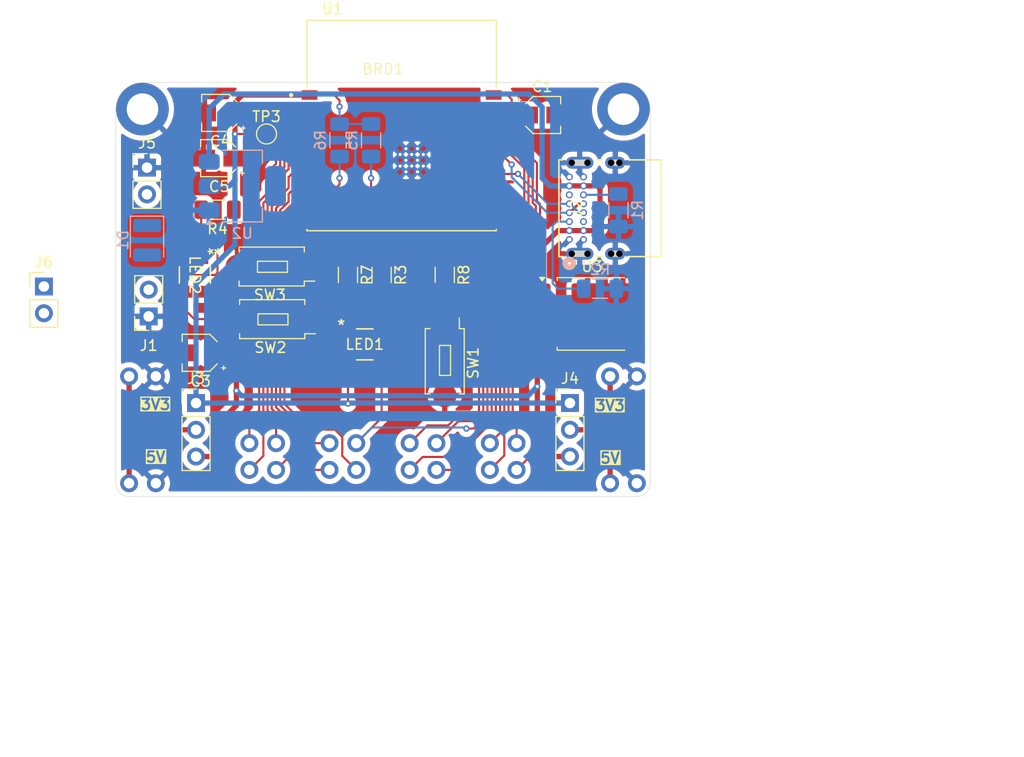
<source format=kicad_pcb>
(kicad_pcb (version 20240108) (generator "pcbnew") (generator_version "8.0")
  (layers (0 "F.Cu" signal) (31 "B.Cu" signal) (34 "B.Paste" user) (35 "F.Paste" user) (36 "B.SilkS" user "B.Silkscreen") (37 "F.SilkS" user "F.Silkscreen") (38 "B.Mask" user) (39 "F.Mask" user) (44 "Edge.Cuts" user))
  (net 0 "")
  (net 1 "/VCC1")
  (net 2 "GND")
  (net 3 "+5V")
  (net 4 "/VDC")
  (net 5 "Net-(J2-CC2)")
  (net 6 "EN")
  (net 7 "/IO8")
  (net 8 "/IO9")
  (net 9 "/IO6")
  (net 10 "/RXD")
  (net 11 "/IO7")
  (net 12 "/IO4")
  (net 13 "/IO3")
  (net 14 "3V3")
  (net 15 "/IO2")
  (net 16 "/IO0")
  (net 17 "/IO10")
  (net 18 "/IO1")
  (net 19 "/IO5")
  (net 20 "/TXD")
  (net 21 "Net-(J2-CC1)")
  (net 22 "USB_D-")
  (net 23 "VBUS")
  (net 25 "USB_D+")
  (net 27 "/VCC2")
  (net 28 "Net-(LED1-GND-Pad1)")
  (net 29 "Net-(LED2-GRN)")
  (net 32 "Net-(LED1-GND-Pad4)")
  (net 33 "Net-(R8-Pad2)")
  (footprint "Alexander Footprint Library:SW_PUSH_6x3.5mm" (layer "F.Cu") (at 143.74 80.15 -90)
    (property "Reference" "SW1")
    (property "Value" "SW_Push_SMD_6x3.5")
  )
  (footprint "Resistor_SMD:R_1206_3216Metric_Pad1.30x1.75mm_HandSolder" (layer "F.Cu") (at 137.74 75.2 -90)
    (property "Reference" "R3")
    (property "Value" "5k1")
  )
  (footprint "Connector_PinHeader_2.54mm:PinHeader_1x02_P2.54mm_Vertical" (layer "F.Cu") (at 115.44 65)
    (property "Reference" "J5")
    (property "Value" "Debug_GND")
  )
  (footprint "Connector_PinHeader_2.54mm:PinHeader_1x02_P2.54mm_Vertical" (layer "F.Cu") (at 105.64 76.3)
    (property "Reference" "J6")
    (property "Value" "Debug_3V3")
  )
  (footprint "Alexander Footprint Library:USB-C_GCT CONN16_USB4085-GF-A" (layer "F.Cu") (at 155.582435 71.835557 90)
    (property "Reference" "J2")
    (property "Value" "USB-C_Receptacle_Data_16P_GCT-USB4085")
    (fp_line (start 7.299985 1.7293) (end 7.299985 0.2307) (stroke (width 0.6096)) (layer "Edge.Cuts"))
    (fp_line (start -1.35 1.729301) (end -1.35 0.230701) (stroke (width 0.6096)) (layer "Edge.Cuts"))
    (fp_line (start 7.299985 4.7587) (end 7.299985 3.9713) (stroke (width 0.6096)) (layer "Edge.Cuts"))
    (fp_line (start -1.349985 4.7587) (end -1.349985 3.9713) (stroke (width 0.6096)) (layer "Edge.Cuts"))
  )
  (footprint "Alexander Footprint Library:LED_B1552_HVK-M" (layer "F.Cu") (at 136.14 81.8)
    (property "Reference" "LED1")
    (property "Value" "LED-RED-GREEN-B1552USUG20D")
  )
  (footprint "Capacitor_SMD:CP_Elec_3x5.3" (layer "F.Cu") (at 153 60)
    (property "Reference" "C1")
    (property "Value" "1uF")
  )
  (footprint "Resistor_SMD:R_1206_3216Metric_Pad1.30x1.75mm_HandSolder" (layer "F.Cu") (at 122.14 69 180)
    (property "Reference" "R4")
    (property "Value" "10k")
  )
  (footprint "Resistor_SMD:R_1206_3216Metric_Pad1.30x1.75mm_HandSolder" (layer "F.Cu") (at 143.74 75.2 -90)
    (property "Reference" "R8")
    (property "Value" "2K2")
  )
  (footprint "Connector_PinHeader_2.54mm:PinHeader_1x03_P2.54mm_Vertical" (layer "F.Cu") (at 155.64 87.375)
    (property "Reference" "J4")
    (property "Value" "PWR_JMP")
  )
  (footprint "TestPoint:TestPoint_Pad_D1.5mm" (layer "F.Cu") (at 126.8 61.8)
    (property "Reference" "TP3")
    (property "Value" "3V3")
  )
  (footprint "Resistor_SMD:R_1206_3216Metric_Pad1.30x1.75mm_HandSolder" (layer "F.Cu") (at 134.54 75.2 -90)
    (property "Reference" "R7")
    (property "Value" "5k1")
  )
  (footprint "Package_TO_SOT_SMD:TO-252-2" (layer "F.Cu") (at 157.74 78.9025)
    (property "Reference" "U3")
    (property "Value" "L7805")
  )
  (footprint "Alexander Footprint Library:LED_B1552_HVK-M" (layer "F.Cu") (at 119.989999 75.2 -90)
    (property "Reference" "LED2")
    (property "Value" "LED-RED-GREEN-B1552USUG20D")
  )
  (footprint "Alexander Footprint Library:SW_PUSH_6x3.5mm" (layer "F.Cu") (at 130.59 79.4 180)
    (property "Reference" "SW2")
    (property "Value" "SW_Push_SMD_6x3.5")
  )
  (footprint "Alexander Footprint Library:SW_PUSH_6x3.5mm" (layer "F.Cu") (at 130.54 74.4 180)
    (property "Reference" "SW3")
    (property "Value" "SW_Push_SMD_6x3.5")
  )
  (footprint "Connector_PinSocket_2.54mm:PinSocket_1x02_P2.54mm_Vertical" (layer "F.Cu") (at 115.6 79.14 180)
    (property "Reference" "J1")
    (property "Value" "PWR")
  )
  (footprint "Capacitor_SMD:CP_Elec_3x5.3" (layer "F.Cu") (at 122.3 64.1 180)
    (property "Reference" "C5")
    (property "Value" "0.1uF")
  )
  (footprint "Capacitor_SMD:CP_Elec_3x5.3" (layer "F.Cu") (at 120.54 82.6 180)
    (property "Reference" "C3")
    (property "Value" "1uF")
  )
  (footprint "Alexander Footprint Library:BreadBoard-PowerAdapter-ESP32C3" (layer "F.Cu") (at 137.87 82.3)
    (property "Reference" "BRD1")
    (property "Value" "16pins")
    (fp_line (start -25.4 12.7) (end -25.4 -22.86) (stroke (width 0.05)) (layer "Edge.Cuts"))
    (fp_line (start -24.13 13.97) (end 24.13 13.97) (stroke (width 0.05)) (layer "Edge.Cuts"))
    (fp_line (start -22.86 -25.4) (end 22.86 -25.4) (stroke (width 0.05)) (layer "Edge.Cuts"))
    (fp_line (start 25.4 -22.86) (end 25.4 12.7) (stroke (width 0.05)) (layer "Edge.Cuts"))
    (fp_arc (start -25.4 -22.86) (mid -24.656051 -24.656051) (end -22.86 -25.4) (stroke (width 0.05)) (layer "Edge.Cuts"))
    (fp_arc (start -24.13 13.97) (mid -25.028026 13.598026) (end -25.4 12.7) (stroke (width 0.05)) (layer "Edge.Cuts"))
    (fp_arc (start 22.86 -25.4) (mid 24.656051 -24.656051) (end 25.4 -22.86) (stroke (width 0.05)) (layer "Edge.Cuts"))
    (fp_arc (start 25.4 12.7) (mid 25.028026 13.598026) (end 24.13 13.97) (stroke (width 0.05)) (layer "Edge.Cuts"))
  )
  (footprint "Alexander Footprint Library:ESP32-C3-WROOM-02-H4" (layer "F.Cu") (at 139.64 61)
    (property "Reference" "U1")
    (property "Value" "ESP32-C3-WROOM-02-N4")
  )
  (footprint "Connector_PinHeader_2.54mm:PinHeader_1x03_P2.54mm_Vertical" (layer "F.Cu") (at 120.1 87.38)
    (property "Reference" "J3")
    (property "Value" "PWR_JMP")
  )
  (footprint "Capacitor_SMD:CP_Elec_3x5.3" (layer "F.Cu") (at 122.4 59.8 180)
    (property "Reference" "C4")
    (property "Value" "10uF")
  )
  (footprint "Resistor_SMD:R_1206_3216Metric_Pad1.30x1.75mm_HandSolder" (layer "B.Cu") (at 136.74 62.4 -90)
    (property "Reference" "R5")
    (property "Value" "2K2")
  )
  (footprint "Resistor_SMD:R_1206_3216Metric_Pad1.30x1.75mm_HandSolder" (layer "B.Cu") (at 160.25 69.05 90)
    (property "Reference" "R1")
    (property "Value" "5k1")
  )
  (footprint "Resistor_SMD:R_1206_3216Metric_Pad1.30x1.75mm_HandSolder" (layer "B.Cu") (at 158.5 76.5 180)
    (property "Reference" "R2")
    (property "Value" "5k1")
  )
  (footprint "Alexander Footprint Library:AMS1117 SOT-223" (layer "B.Cu") (at 124.5 66.75)
    (property "Reference" "U2")
    (property "Value" "AMS1117-3V3")
  )
  (footprint "Resistor_SMD:R_1206_3216Metric_Pad1.30x1.75mm_HandSolder" (layer "B.Cu") (at 133.74 62.4 -90)
    (property "Reference" "R6")
    (property "Value" "2K2")
  )
  (footprint "Diode_SMD:D_1210_3225Metric" (layer "B.Cu") (at 115.44 71.9 -90)
    (property "Reference" "D1")
    (property "Value" "D")
  )
  (gr_text "3V3" (at 157.94 88.2 0) (layer "F.SilkS" knockout) (effects (font (size 1 1) (thickness 0.2) (bold yes)) (justify left bottom)))
  (gr_text "3V3" (at 114.74 88.1 0) (layer "F.SilkS" knockout) (effects (font (size 1 1) (thickness 0.2) (bold yes)) (justify left bottom)))
  (gr_text "5V" (at 158.41619 93.2 0) (layer "F.SilkS" knockout) (effects (font (size 1 1) (thickness 0.2) (bold yes)) (justify left bottom)))
  (gr_text "5V" (at 115.21619 93.1 0) (layer "F.SilkS" knockout) (effects (font (size 1 1) (thickness 0.2) (bold yes)) (justify left bottom)))
  (segment (start 113.74 95) (end 113.74 89.92) (width 0.5) (layer "F.Cu") (net 1))
  (segment (start 113.74 89.92) (end 113.74 84.84) (width 0.5) (layer "F.Cu") (net 1))
  (segment (start 113.74 89.92) (end 120.1 89.92) (width 0.5) (layer "F.Cu") (net 1))
  (segment (start 153.44 90.1) (end 153.44 91.8) (width 0.5) (layer "F.Cu") (net 3))
  (segment (start 152.54 89.2) (end 153.44 90.1) (width 0.5) (layer "F.Cu") (net 3))
  (segment (start 154.095 92.455) (end 155.64 92.455) (width 0.5) (layer "F.Cu") (net 3))
  (segment (start 153.44 91.8) (end 154.095 92.455) (width 0.5) (layer "F.Cu") (net 3))
  (segment (start 152.54 81.3425) (end 152.54 85.8) (width 0.5) (layer "F.Cu") (net 3))
  (segment (start 123.94 86.2) (end 123.94 87.6) (width 0.5) (layer "F.Cu") (net 3))
  (segment (start 122.34 92) (end 121.88 92.46) (width 0.5) (layer "F.Cu") (net 3))
  (segment (start 121.88 92.46) (end 120.1 92.46) (width 0.5) (layer "F.Cu") (net 3))
  (segment (start 122.34 89.2) (end 122.34 92) (width 0.5) (layer "F.Cu") (net 3))
  (segment (start 123.94 85.3) (end 122.04 83.4) (width 0.5) (layer "F.Cu") (net 3))
  (segment (start 152.54 85.8) (end 152.54 89.2) (width 0.5) (layer "F.Cu") (net 3))
  (segment (start 122.04 83.4) (end 122.04 82.6) (width 0.5) (layer "F.Cu") (net 3))
  (segment (start 152.7 81.1825) (end 152.54 81.3425) (width 0.5) (layer "F.Cu") (net 3))
  (segment (start 123.94 86.2) (end 123.94 85.3) (width 0.5) (layer "F.Cu") (net 3))
  (segment (start 123.94 87.6) (end 122.34 89.2) (width 0.5) (layer "F.Cu") (net 3))
  (via (at 123.94 86.2) (size 0.6) (drill 0.3) (layers "F.Cu" "B.Cu") (net 3))
  (via (at 152.54 85.8) (size 0.6) (drill 0.3) (layers "F.Cu" "B.Cu") (net 3))
  (segment (start 123.94 86.2) (end 124.42 86.68) (width 0.5) (layer "B.Cu") (net 3))
  (segment (start 151.66 86.68) (end 152.54 85.8) (width 0.5) (layer "B.Cu") (net 3))
  (segment (start 124.42 86.68) (end 151.66 86.68) (width 0.5) (layer "B.Cu") (net 3))
  (segment (start 160.164445 67.585555) (end 160.25 67.5) (width 0.2) (layer "B.Cu") (net 5))
  (segment (start 156.932435 67.585555) (end 160.164445 67.585555) (width 0.2) (layer "B.Cu") (net 5))
  (segment (start 126.1 77.4) (end 126.1 83.4) (width 0.2) (layer "F.Cu") (net 6))
  (segment (start 126.1 88.1) (end 125.17 89.03) (width 0.2) (layer "F.Cu") (net 6))
  (segment (start 128.9 59.9) (end 128.9 60.834314) (width 0.2) (layer "F.Cu") (net 6))
  (segment (start 125.17 89.03) (end 125.17 91.19) (width 0.2) (layer "F.Cu") (net 6))
  (segment (start 127.7 64.637256) (end 127.3 65.037256) (width 0.2) (layer "F.Cu") (net 6))
  (segment (start 130.89 59.6) (end 129.2 59.6) (width 0.2) (layer "F.Cu") (net 6))
  (segment (start 127.3 66.27157) (end 126.9 66.67157) (width 0.2) (layer "F.Cu") (net 6))
  (segment (start 128.234314 62.734314) (end 128.234314 63.368628) (width 0.2) (layer "F.Cu") (net 6))
  (segment (start 129.2 59.6) (end 128.9 59.9) (width 0.2) (layer "F.Cu") (net 6))
  (segment (start 126.1 68.205884) (end 126.1 77.4) (width 0.2) (layer "F.Cu") (net 6))
  (segment (start 120.74 76.8002) (end 125.5002 76.8002) (width 0.2) (layer "F.Cu") (net 6))
  (segment (start 127.3 65.037256) (end 127.3 66.27157) (width 0.2) (layer "F.Cu") (net 6))
  (segment (start 128.234314 63.368628) (end 127.7 63.902942) (width 0.2) (layer "F.Cu") (net 6))
  (segment (start 128.9 60.834314) (end 128.5 61.234314) (width 0.2) (layer "F.Cu") (net 6))
  (segment (start 127.7 63.902942) (end 127.7 64.637256) (width 0.2) (layer "F.Cu") (net 6))
  (segment (start 128.5 62.468628) (end 128.234314 62.734314) (width 0.2) (layer "F.Cu") (net 6))
  (segment (start 126.9 66.67157) (end 126.9 67.405884) (width 0.2) (layer "F.Cu") (net 6))
  (segment (start 125.5002 76.8002) (end 126.1 77.4) (width 0.2) (layer "F.Cu") (net 6))
  (segment (start 126.422942 67.882942) (end 126.1 68.205884) (width 0.2) (layer "F.Cu") (net 6))
  (segment (start 126.9 67.405884) (end 126.422942 67.882942) (width 0.2) (layer "F.Cu") (net 6))
  (segment (start 126.1 83.4) (end 126.1 88.1) (width 0.2) (layer "F.Cu") (net 6))
  (segment (start 128.5 61.234314) (end 128.5 62.468628) (width 0.2) (layer "F.Cu") (net 6))
  (segment (start 133.24 67.1) (end 130.89 67.1) (width 0.2) (layer "F.Cu") (net 7))
  (segment (start 128.1 69.034314) (end 128.1 87.602942) (width 0.2) (layer "F.Cu") (net 7))
  (segment (start 130.1 89.602942) (end 130.1 90.4) (width 0.2) (layer "F.Cu") (net 7))
  (segment (start 130.89 91.19) (end 132.79 91.19) (width 0.2) (layer "F.Cu") (net 7))
  (segment (start 133.74 66) (end 133.74 66.6) (width 0.2) (layer "F.Cu") (net 7))
  (segment (start 130.1 90.4) (end 130.89 91.19) (width 0.2) (layer "F.Cu") (net 7))
  (segment (start 128.1 87.602942) (end 130.1 89.602942) (width 0.2) (layer "F.Cu") (net 7))
  (segment (start 128.9 68.234314) (end 128.1 69.034314) (width 0.2) (layer "F.Cu") (net 7))
  (segment (start 133.74 66.6) (end 133.24 67.1) (width 0.2) (layer "F.Cu") (net 7))
  (segment (start 129.3 67.1) (end 128.9 67.5) (width 0.2) (layer "F.Cu") (net 7))
  (segment (start 130.89 67.1) (end 129.3 67.1) (width 0.2) (layer "F.Cu") (net 7))
  (segment (start 128.9 67.5) (end 128.9 68.234314) (width 0.2) (layer "F.Cu") (net 7))
  (via (at 133.74 66) (size 0.6) (drill 0.3) (layers "F.Cu" "B.Cu") (net 7))
  (segment (start 133.74 66) (end 133.74 63.95) (width 0.2) (layer "B.Cu") (net 7))
  (segment (start 136.14 68.6) (end 136.74 68) (width 0.2) (layer "F.Cu") (net 8))
  (segment (start 136.74 68) (end 136.74 66) (width 0.2) (layer "F.Cu") (net 8))
  (segment (start 128.9 74.4) (end 128.5 74.8) (width 0.2) (layer "F.Cu") (net 8))
  (segment (start 128.5 69.2) (end 128.5 74.8) (width 0.2) (layer "F.Cu") (net 8))
  (segment (start 128.5 87.437256) (end 130.962744 89.9) (width 0.2) (layer "F.Cu") (net 8))
  (segment (start 130.962744 89.9) (end 133.3 89.9) (width 0.2) (layer "F.Cu") (net 8))
  (segment (start 128.5 74.8) (end 128.5 87.437256) (width 0.2) (layer "F.Cu") (net 8))
  (segment (start 133.3 89.9) (end 134 90.6) (width 0.2) (layer "F.Cu") (net 8))
  (segment (start 130.89 68.6) (end 136.14 68.6) (width 0.2) (layer "F.Cu") (net 8))
  (segment (start 134 92.4) (end 135.33 93.73) (width 0.2) (layer "F.Cu") (net 8))
  (segment (start 130.54 74.4) (end 128.9 74.4) (width 0.2) (layer "F.Cu") (net 8))
  (segment (start 134 90.6) (end 134 92.4) (width 0.2) (layer "F.Cu") (net 8))
  (segment (start 129.1 68.6) (end 128.5 69.2) (width 0.2) (layer "F.Cu") (net 8))
  (segment (start 130.89 68.6) (end 129.1 68.6) (width 0.2) (layer "F.Cu") (net 8))
  (via (at 136.74 66) (size 0.6) (drill 0.3) (layers "F.Cu" "B.Cu") (net 8))
  (segment (start 136.74 66) (end 136.74 63.95) (width 0.2) (layer "B.Cu") (net 8))
  (segment (start 128.9 64.4) (end 128.9 65.134314) (width 0.2) (layer "F.Cu") (net 9))
  (segment (start 127.3 87.934314) (end 129.3 89.934314) (width 0.2) (layer "F.Cu") (net 9))
  (segment (start 128.1 67.902942) (end 127.3 68.702942) (width 0.2) (layer "F.Cu") (net 9))
  (segment (start 129.3 92.14) (end 127.71 93.73) (width 0.2) (layer "F.Cu") (net 9))
  (segment (start 127.3 68.702942) (end 127.3 87.934314) (width 0.2) (layer "F.Cu") (net 9))
  (segment (start 129.3 89.934314) (end 129.3 92.14) (width 0.2) (layer "F.Cu") (net 9))
  (segment (start 128.9 65.134314) (end 128.5 65.534314) (width 0.2) (layer "F.Cu") (net 9))
  (segment (start 128.5 65.534314) (end 128.5 66.768628) (width 0.2) (layer "F.Cu") (net 9))
  (segment (start 128.5 66.768628) (end 128.1 67.168628) (width 0.2) (layer "F.Cu") (net 9))
  (segment (start 129.2 64.1) (end 128.9 64.4) (width 0.2) (layer "F.Cu") (net 9))
  (segment (start 130.89 64.1) (end 129.2 64.1) (width 0.2) (layer "F.Cu") (net 9))
  (segment (start 128.1 67.168628) (end 128.1 67.902942) (width 0.2) (layer "F.Cu") (net 9))
  (segment (start 150.8 69.3) (end 150.8 70.8) (width 0.2) (layer "F.Cu") (net 10))
  (segment (start 148.39 68.6) (end 150.1 68.6) (width 0.2) (layer "F.Cu") (net 10))
  (segment (start 150.1 68.6) (end 150.8 69.3) (width 0.2) (layer "F.Cu") (net 10))
  (segment (start 150.8 70.8) (end 148.2 73.4) (width 0.2) (layer "F.Cu") (net 10))
  (segment (start 141.64 92.5) (end 140.41 93.73) (width 0.2) (layer "F.Cu") (net 10))
  (segment (start 148.2 73.4) (end 148.2 88.634314) (width 0.2) (layer "F.Cu") (net 10))
  (segment (start 144.334314 92.5) (end 141.64 92.5) (width 0.2) (layer "F.Cu") (net 10))
  (segment (start 148.2 88.634314) (end 144.334314 92.5) (width 0.2) (layer "F.Cu") (net 10))
  (segment (start 127.7 87.768628) (end 129.7 89.768628) (width 0.2) (layer "F.Cu") (net 11))
  (segment (start 127.7 68.868628) (end 127.7 87.768628) (width 0.2) (layer "F.Cu") (net 11))
  (segment (start 129.7 89.768628) (end 129.7 92.2) (width 0.2) (layer "F.Cu") (net 11))
  (segment (start 128.5 67.334314) (end 128.5 68.068628) (width 0.2) (layer "F.Cu") (net 11))
  (segment (start 129.7 92.2) (end 131.23 93.73) (width 0.2) (layer "F.Cu") (net 11))
  (segment (start 128.9 65.9) (end 128.9 66.934314) (width 0.2) (layer "F.Cu") (net 11))
  (segment (start 128.9 66.934314) (end 128.5 67.334314) (width 0.2) (layer "F.Cu") (net 11))
  (segment (start 128.5 68.068628) (end 127.7 68.868628) (width 0.2) (layer "F.Cu") (net 11))
  (segment (start 129.2 65.6) (end 128.9 65.9) (width 0.2) (layer "F.Cu") (net 11))
  (segment (start 130.89 65.6) (end 129.2 65.6) (width 0.2) (layer "F.Cu") (net 11))
  (segment (start 131.23 93.73) (end 132.79 93.73) (width 0.2) (layer "F.Cu") (net 11))
  (segment (start 126.5 92.4) (end 125.17 93.73) (width 0.2) (layer "F.Cu") (net 12))
  (segment (start 128.634314 63.534314) (end 128.1 64.068628) (width 0.2) (layer "F.Cu") (net 12))
  (segment (start 128.634314 62.9) (end 128.634314 63.534314) (width 0.2) (layer "F.Cu") (net 12))
  (segment (start 127.7 66.437256) (end 127.3 66.837256) (width 0.2) (layer "F.Cu") (net 12))
  (segment (start 127.7 65.202942) (end 127.7 66.437256) (width 0.2) (layer "F.Cu") (net 12))
  (segment (start 128.1 64.802942) (end 127.7 65.202942) (width 0.2) (layer "F.Cu") (net 12))
  (segment (start 130.89 61.1) (end 129.2 61.1) (width 0.2) (layer "F.Cu") (net 12))
  (segment (start 126.5 68.37157) (end 126.5 92.4) (width 0.2) (layer "F.Cu") (net 12))
  (segment (start 128.9 61.4) (end 128.9 62.634314) (width 0.2) (layer "F.Cu") (net 12))
  (segment (start 129.2 61.1) (end 128.9 61.4) (width 0.2) (layer "F.Cu") (net 12))
  (segment (start 128.1 64.068628) (end 128.1 64.802942) (width 0.2) (layer "F.Cu") (net 12))
  (segment (start 127.3 67.57157) (end 126.5 68.37157) (width 0.2) (layer "F.Cu") (net 12))
  (segment (start 127.3 66.837256) (end 127.3 67.57157) (width 0.2) (layer "F.Cu") (net 12))
  (segment (start 128.9 62.634314) (end 128.634314 62.9) (width 0.2) (layer "F.Cu") (net 12))
  (segment (start 151.6 71.165686) (end 149 73.765686) (width 0.2) (layer "F.Cu") (net 13))
  (segment (start 151.3 65.051471) (end 151.3 68.668628) (width 0.2) (layer "F.Cu") (net 13))
  (segment (start 150.1 63.1) (end 150.1 63.851471) (width 0.2) (layer "F.Cu") (net 13))
  (segment (start 149 73.765686) (end 149 90.22) (width 0.2) (layer "F.Cu") (net 13))
  (segment (start 148.39 62.6) (end 149.6 62.6) (width 0.2) (layer "F.Cu") (net 13))
  (segment (start 147.14 62.6) (end 148.39 62.6) (width 0.2) (layer "F.Cu") (net 13))
  (segment (start 146.4 64.434314) (end 146.74 64.094314) (width 0.2) (layer "F.Cu") (net 13))
  (segment (start 151.3 68.668628) (end 151.6 68.968628) (width 0.2) (layer "F.Cu") (net 13))
  (segment (start 149.6 62.6) (end 150.1 63.1) (width 0.2) (layer "F.Cu") (net 13))
  (segment (start 150.1 63.851471) (end 151.3 65.051471) (width 0.2) (layer "F.Cu") (net 13))
  (segment (start 146.74 63) (end 147.14 62.6) (width 0.2) (layer "F.Cu") (net 13))
  (segment (start 151.6 68.968628) (end 151.6 71.165686) (width 0.2) (layer "F.Cu") (net 13))
  (segment (start 146.1 69.44) (end 146.1 65.668628) (width 0.2) (layer "F.Cu") (net 13))
  (segment (start 146.4 65.368628) (end 146.4 64.434314) (width 0.2) (layer "F.Cu") (net 13))
  (segment (start 146.1 65.668628) (end 146.4 65.368628) (width 0.2) (layer "F.Cu") (net 13))
  (segment (start 146.74 64.094314) (end 146.74 63) (width 0.2) (layer "F.Cu") (net 13))
  (segment (start 143.74 73.65) (end 143.74 71.8) (width 0.2) (layer "F.Cu") (net 13))
  (segment (start 143.74 71.8) (end 146.1 69.44) (width 0.2) (layer "F.Cu") (net 13))
  (segment (start 149 90.22) (end 148.03 91.19) (width 0.2) (layer "F.Cu") (net 13))
  (segment (start 133.24 58.1) (end 130.89 58.1) (width 0.2) (layer "F.Cu") (net 14))
  (segment (start 123.9 59.8) (end 123.9 58.7) (width 0.5) (layer "F.Cu") (net 14))
  (segment (start 133.74 58.6) (end 133.24 58.1) (width 0.2) (layer "F.Cu") (net 14))
  (segment (start 134.5398 82.550001) (end 134.5398 87.4298) (width 0.2) (layer "F.Cu") (net 14))
  (segment (start 123.8 64.1) (end 123.8 61.8) (width 0.5) (layer "F.Cu") (net 14))
  (segment (start 123.69 64.21) (end 123.8 64.1) (width 0.2) (layer "F.Cu") (net 14))
  (segment (start 123.69 69) (end 123.69 64.21) (width 0.2) (layer "F.Cu") (net 14))
  (segment (start 126.8 61.8) (end 123.8 61.8) (width 0.2) (layer "F.Cu") (net 14))
  (segment (start 123.8 59.9) (end 123.9 59.8) (width 0.5) (layer "F.Cu") (net 14))
  (segment (start 133.74 59.2) (end 133.74 58.6) (width 0.2) (layer "F.Cu") (net 14))
  (segment (start 124.5 58.1) (end 130.89 58.1) (width 0.5) (layer "F.Cu") (net 14))
  (segment (start 123.9 58.7) (end 124.5 58.1) (width 0.5) (layer "F.Cu") (net 14))
  (segment (start 134.5398 87.4298) (end 134.54 87.43) (width 0.2) (layer "F.Cu") (net 14))
  (segment (start 123.8 61.8) (end 123.8 59.9) (width 0.5) (layer "F.Cu") (net 14))
  (via (at 123.8 61.8) (size 0.6) (drill 0.3) (layers "F.Cu" "B.Cu") (net 14))
  (via (at 133.74 59.2) (size 0.6) (drill 0.3) (layers "F.Cu" "B.Cu") (net 14))
  (via (at 134.54 87.43) (size 0.6) (drill 0.3) (layers "F.Cu" "B.Cu") (net 14))
  (segment (start 123.8 72.34) (end 123.8 66) (width 0.5) (layer "B.Cu") (net 14))
  (segment (start 120.1 87.38) (end 155.635 87.38) (width 0.5) (layer "B.Cu") (net 14))
  (segment (start 133.74 60.85) (end 133.74 59.2) (width 0.2) (layer "B.Cu") (net 14))
  (segment (start 155.635 87.38) (end 155.64 87.375) (width 0.5) (layer "B.Cu") (net 14))
  (segment (start 120.1 76.04) (end 123.8 72.34) (width 0.5) (layer "B.Cu") (net 14))
  (segment (start 121.35 66.75) (end 123.25 66.75) (width 0.5) (layer "B.Cu") (net 14))
  (segment (start 123.8 66) (end 123.8 61.8) (width 0.5) (layer "B.Cu") (net 14))
  (segment (start 120.1 87.38) (end 120.1 76.04) (width 0.5) (layer "B.Cu") (net 14))
  (segment (start 136.74 60.85) (end 133.74 60.85) (width 0.2) (layer "B.Cu") (net 14))
  (segment (start 123.25 66.75) (end 123.8 66.2) (width 0.5) (layer "B.Cu") (net 14))
  (segment (start 123.8 66.2) (end 123.8 66) (width 0.5) (layer "B.Cu") (net 14))
  (segment (start 152 68.802943) (end 151.7 68.502943) (width 0.2) (layer "F.Cu") (net 15))
  (segment (start 149.5 61.1) (end 148.39 61.1) (width 0.2) (layer "F.Cu") (net 15))
  (segment (start 149.4 92.36) (end 149.4 73.931372) (width 0.2) (layer "F.Cu") (net 15))
  (segment (start 150.5 63.685785) (end 150.5 62.934314) (width 0.2) (layer "F.Cu") (net 15))
  (segment (start 151.7 68.502943) (end 151.7 64.885785) (width 0.2) (layer "F.Cu") (net 15))
  (segment (start 150 62.434314) (end 150 61.6) (width 0.2) (layer "F.Cu") (net 15))
  (segment (start 150.5 62.934314) (end 150 62.434314) (width 0.2) (layer "F.Cu") (net 15))
  (segment (start 151.7 64.885785) (end 150.5 63.685785) (width 0.2) (layer "F.Cu") (net 15))
  (segment (start 150 61.6) (end 149.5 61.1) (width 0.2) (layer "F.Cu") (net 15))
  (segment (start 148.03 93.73) (end 149.4 92.36) (width 0.2) (layer "F.Cu") (net 15))
  (segment (start 149.4 73.931372) (end 152 71.331372) (width 0.2) (layer "F.Cu") (net 15))
  (segment (start 152 71.331372) (end 152 68.802943) (width 0.2) (layer "F.Cu") (net 15))
  (segment (start 148.39 58.1) (end 149.7 58.1) (width 0.2) (layer "F.Cu") (net 16))
  (segment (start 152.2 90.6) (end 152.2 92.1) (width 0.2) (layer "F.Cu") (net 16))
  (segment (start 150.5 59.834314) (end 150.5 60.968628) (width 0.2) (layer "F.Cu") (net 16))
  (segment (start 150.1 59.434314) (end 150.5 59.834314) (width 0.2) (layer "F.Cu") (net 16))
  (segment (start 152.8 71.7) (end 150.2 74.3) (width 0.2) (layer "F.Cu") (net 16))
  (segment (start 152.5 64.554413) (end 152.5 68.171571) (width 0.2) (layer "F.Cu") (net 16))
  (segment (start 150.8 61.268628) (end 150.8 62.102942) (width 0.2) (layer "F.Cu") (net 16))
  (segment (start 151.3 62.602942) (end 151.3 63.354413) (width 0.2) (layer "F.Cu") (net 16))
  (segment (start 150.8 62.102942) (end 151.3 62.602942) (width 0.2) (layer "F.Cu") (net 16))
  (segment (start 152.8 68.471571) (end 152.8 71.7) (width 0.2) (layer "F.Cu") (net 16))
  (segment (start 152.5 68.171571) (end 152.8 68.471571) (width 0.2) (layer "F.Cu") (net 16))
  (segment (start 151.3 63.354413) (end 152.5 64.554413) (width 0.2) (layer "F.Cu") (net 16))
  (segment (start 150.5 60.968628) (end 150.8 61.268628) (width 0.2) (layer "F.Cu") (net 16))
  (segment (start 150.1 58.5) (end 150.1 59.434314) (width 0.2) (layer "F.Cu") (net 16))
  (segment (start 150.2 74.3) (end 150.2 88.6) (width 0.2) (layer "F.Cu") (net 16))
  (segment (start 149.7 58.1) (end 150.1 58.5) (width 0.2) (layer "F.Cu") (net 16))
  (segment (start 150.2 88.6) (end 152.2 90.6) (width 0.2) (layer "F.Cu") (net 16))
  (segment (start 152.2 92.1) (end 150.57 93.73) (width 0.2) (layer "F.Cu") (net 16))
  (segment (start 147.8 88.468628) (end 147.8 73.234314) (width 0.2) (layer "F.Cu") (net 17))
  (segment (start 145.8 89.8) (end 146.468628 89.8) (width 0.2) (layer "F.Cu") (net 17))
  (segment (start 146.468628 89.8) (end 147.8 88.468628) (width 0.2) (layer "F.Cu") (net 17))
  (segment (start 148.4 72.634314) (end 148.4 70.11) (width 0.2) (layer "F.Cu") (net 17))
  (segment (start 137.74 82.550201) (end 137.74 88.78) (width 0.2) (layer "F.Cu") (net 17))
  (segment (start 137.7402 82.550001) (end 137.74 82.550201) (width 0.2) (layer "F.Cu") (net 17))
  (segment (start 148.4 70.11) (end 148.39 70.1) (width 0.2) (layer "F.Cu") (net 17))
  (segment (start 147.8 73.234314) (end 148.4 72.634314) (width 0.2) (layer "F.Cu") (net 17))
  (segment (start 137.74 88.78) (end 135.33 91.19) (width 0.2) (layer "F.Cu") (net 17))
  (via (at 145.8 89.8) (size 0.6) (drill 0.3) (layers "F.Cu" "B.Cu") (net 17))
  (segment (start 145.7 89.7) (end 136.82 89.7) (width 0.2) (layer "B.Cu") (net 17))
  (segment (start 145.8 89.8) (end 145.7 89.7) (width 0.2) (layer "B.Cu") (net 17))
  (segment (start 136.82 89.7) (end 135.33 91.19) (width 0.2) (layer "B.Cu") (net 17))
  (segment (start 150.1 61.134314) (end 150.4 61.434314) (width 0.2) (layer "F.Cu") (net 18))
  (segment (start 150.9 62.768628) (end 150.9 63.520099) (width 0.2) (layer "F.Cu") (net 18))
  (segment (start 150.57 89.57) (end 150.57 91.19) (width 0.2) (layer "F.Cu") (net 18))
  (segment (start 152.1 64.720099) (end 152.1 68.337257) (width 0.2) (layer "F.Cu") (net 18))
  (segment (start 150.9 63.520099) (end 152.1 64.720099) (width 0.2) (layer "F.Cu") (net 18))
  (segment (start 150.1 60) (end 150.1 61.134314) (width 0.2) (layer "F.Cu") (net 18))
  (segment (start 148.39 59.6) (end 149.7 59.6) (width 0.2) (layer "F.Cu") (net 18))
  (segment (start 152.4 71.5) (end 149.8 74.1) (width 0.2) (layer "F.Cu") (net 18))
  (segment (start 149.7 59.6) (end 150.1 60) (width 0.2) (layer "F.Cu") (net 18))
  (segment (start 152.1 68.337257) (end 152.4 68.637257) (width 0.2) (layer "F.Cu") (net 18))
  (segment (start 152.4 68.637257) (end 152.4 71.5) (width 0.2) (layer "F.Cu") (net 18))
  (segment (start 150.4 61.434314) (end 150.4 62.268628) (width 0.2) (layer "F.Cu") (net 18))
  (segment (start 150.4 62.268628) (end 150.9 62.768628) (width 0.2) (layer "F.Cu") (net 18))
  (segment (start 149.8 74.1) (end 149.8 88.8) (width 0.2) (layer "F.Cu") (net 18))
  (segment (start 149.8 88.8) (end 150.57 89.57) (width 0.2) (layer "F.Cu") (net 18))
  (segment (start 127.71 88.91) (end 127.71 91.19) (width 0.2) (layer "F.Cu") (net 19))
  (segment (start 128.1 65.368628) (end 128.1 66.602942) (width 0.2) (layer "F.Cu") (net 19))
  (segment (start 127.7 67.002942) (end 127.7 67.737256) (width 0.2) (layer "F.Cu") (net 19))
  (segment (start 127.7 67.737256) (end 126.9 68.537256) (width 0.2) (layer "F.Cu") (net 19))
  (segment (start 129.034314 63.7) (end 128.5 64.234314) (width 0.2) (layer "F.Cu") (net 19))
  (segment (start 129.034314 63.065686) (end 129.034314 63.7) (width 0.2) (layer "F.Cu") (net 19))
  (segment (start 128.5 64.968628) (end 128.1 65.368628) (width 0.2) (layer "F.Cu") (net 19))
  (segment (start 128.1 66.602942) (end 127.7 67.002942) (width 0.2) (layer "F.Cu") (net 19))
  (segment (start 130.89 62.6) (end 129.5 62.6) (width 0.2) (layer "F.Cu") (net 19))
  (segment (start 126.9 68.537256) (end 126.9 88.1) (width 0.2) (layer "F.Cu") (net 19))
  (segment (start 129.5 62.6) (end 129.034314 63.065686) (width 0.2) (layer "F.Cu") (net 19))
  (segment (start 128.5 64.234314) (end 128.5 64.968628) (width 0.2) (layer "F.Cu") (net 19))
  (segment (start 126.9 88.1) (end 127.71 88.91) (width 0.2) (layer "F.Cu") (net 19))
  (segment (start 145.1 92.3) (end 148.6 88.8) (width 0.2) (layer "F.Cu") (net 20))
  (segment (start 150.1 67.1) (end 148.39 67.1) (width 0.2) (layer "F.Cu") (net 20))
  (segment (start 150.5 68.434314) (end 150.5 67.5) (width 0.2) (layer "F.Cu") (net 20))
  (segment (start 148.6 73.6) (end 151.2 71) (width 0.2) (layer "F.Cu") (net 20))
  (segment (start 142.95 93.73) (end 144.77 93.73) (width 0.2) (layer "F.Cu") (net 20))
  (segment (start 151.2 69.134314) (end 150.5 68.434314) (width 0.2) (layer "F.Cu") (net 20))
  (segment (start 144.77 93.73) (end 145.1 93.4) (width 0.2) (layer "F.Cu") (net 20))
  (segment (start 145.1 93.4) (end 145.1 92.3) (width 0.2) (layer "F.Cu") (net 20))
  (segment (start 151.2 71) (end 151.2 69.134314) (width 0.2) (layer "F.Cu") (net 20))
  (segment (start 150.5 67.5) (end 150.1 67.1) (width 0.2) (layer "F.Cu") (net 20))
  (segment (start 148.6 88.8) (end 148.6 73.6) (width 0.2) (layer "F.Cu") (net 20))
  (segment (start 154.364442 70.135558) (end 154 70.5) (width 0.2) (layer "B.Cu") (net 21))
  (segment (start 154 70.5) (end 154 76) (width 0.2) (layer "B.Cu") (net 21))
  (segment (start 154 76) (end 154.5 76.5) (width 0.2) (layer "B.Cu") (net 21))
  (segment (start 154.5 76.5) (end 156.95 76.5) (width 0.2) (layer "B.Cu") (net 21))
  (segment (start 155.582435 70.135558) (end 154.364442 70.135558) (width 0.2) (layer "B.Cu") (net 21))
  (segment (start 150.7 65.6) (end 148.39 65.6) (width 0.2) (layer "F.Cu") (net 22))
  (segment (start 145.04 89.1) (end 142.95 91.19) (width 0.2) (layer "F.Cu") (net 22))
  (segment (start 146.565685 89.1) (end 145.04 89.1) (width 0.2) (layer "F.Cu") (net 22))
  (segment (start 148.39 65.6) (end 147.3 65.6) (width 0.2) (layer "F.Cu") (net 22))
  (segment (start 147.4 88.265685) (end 146.565685 89.1) (width 0.2) (layer "F.Cu") (net 22))
  (segment (start 146.9 66) (end 146.9 72.1) (width 0.2) (layer "F.Cu") (net 22))
  (segment (start 146.9 72.1) (end 147.4 72.6) (width 0.2) (layer "F.Cu") (net 22))
  (segment (start 147.4 72.6) (end 147.4 88.265685) (width 0.2) (layer "F.Cu") (net 22))
  (segment (start 147.3 65.6) (end 146.9 66) (width 0.2) (layer "F.Cu") (net 22))
  (via (at 150.7 65.6) (size 0.6) (drill 0.3) (layers "F.Cu" "B.Cu") (net 22))
  (segment (start 153.535556 68.435556) (end 155.582435 68.435556) (width 0.2) (layer "B.Cu") (net 22))
  (segment (start 155.623672 68.435556) (end 155.582435 68.435556) (width 0.2) (layer "B.Cu") (net 22))
  (segment (start 156.473673 69.285557) (end 155.623672 68.435556) (width 0.25) (layer "B.Cu") (net 22))
  (segment (start 150.7 65.6) (end 153.535556 68.435556) (width 0.2) (layer "B.Cu") (net 22))
  (segment (start 156.932435 69.285557) (end 156.473673 69.285557) (width 0.25) (layer "B.Cu") (net 22))
  (segment (start 158.5 70.75) (end 158.264444 70.985556) (width 0.5) (layer "F.Cu") (net 23))
  (segment (start 154.514444 70.985556) (end 152.7 72.8) (width 0.5) (layer "F.Cu") (net 23))
  (segment (start 155.582435 70.985556) (end 154.514444 70.985556) (width 0.5) (layer "F.Cu") (net 23))
  (segment (start 158.235557 66.735557) (end 158.5 67) (width 0.5) (layer "F.Cu") (net 23))
  (segment (start 155.582435 70.985556) (end 156.932435 70.985556) (width 0.5) (layer "F.Cu") (net 23))
  (segment (start 158.5 67) (end 158.5 70.75) (width 0.5) (layer "F.Cu") (net 23))
  (segment (start 152.7 72.8) (end 152.7 76.6225) (width 0.5) (layer "F.Cu") (net 23))
  (segment (start 155.582435 66.735557) (end 156.932435 66.735557) (width 0.5) (layer "F.Cu") (net 23))
  (segment (start 156.932435 66.735557) (end 158.235557 66.735557) (width 0.5) (layer "F.Cu") (net 23))
  (segment (start 158.264444 70.985556) (end 156.932435 70.985556) (width 0.5) (layer "F.Cu") (net 23))
  (segment (start 153 59.25) (end 151.75 58) (width 0.5) (layer "B.Cu") (net 23))
  (segment (start 121.35 59.4) (end 121.35 64.45) (width 0.5) (layer "B.Cu") (net 23))
  (segment (start 153 66) (end 153 59.25) (width 0.5) (layer "B.Cu") (net 23))
  (segment (start 153.735557 66.735557) (end 153 66) (width 0.5) (layer "B.Cu") (net 23))
  (segment (start 151.75 58) (end 122.75 58) (width 0.5) (layer "B.Cu") (net 23))
  (segment (start 122.75 58) (end 121.35 59.4) (width 0.5) (layer "B.Cu") (net 23))
  (segment (start 155.582435 66.735557) (end 153.735557 66.735557) (width 0.5) (layer "B.Cu") (net 23))
  (segment (start 146.5 72.265686) (end 147 72.765686) (width 0.2) (layer "F.Cu") (net 25))
  (segment (start 155.623672 69.285557) (end 155.582435 69.285557) (width 0.2) (layer "F.Cu") (net 25))
  (segment (start 144.074314 89.5) (end 142.1 89.5) (width 0.2) (layer "F.Cu") (net 25))
  (segment (start 146.5 65.834314) (end 146.5 72.265686) (width 0.2) (layer "F.Cu") (net 25))
  (segment (start 144.874314 88.7) (end 144.074314 89.5) (width 0.2) (layer "F.Cu") (net 25))
  (segment (start 150.1 64.7) (end 149.5 64.1) (width 0.2) (layer "F.Cu") (net 25))
  (segment (start 146.8 64.6) (end 146.8 65.534314) (width 0.2) (layer "F.Cu") (net 25))
  (segment (start 147.3 64.1) (end 146.8 64.6) (width 0.2) (layer "F.Cu") (net 25))
  (segment (start 148.39 64.1) (end 147.3 64.1) (width 0.2) (layer "F.Cu") (net 25))
  (segment (start 156.473673 68.435556) (end 155.623672 69.285557) (width 0.25) (layer "F.Cu") (net 25))
  (segment (start 147 72.765686) (end 147 88.1) (width 0.2) (layer "F.Cu") (net 25))
  (segment (start 147 88.1) (end 146.4 88.7) (width 0.2) (layer "F.Cu") (net 25))
  (segment (start 142.1 89.5) (end 140.41 91.19) (width 0.2) (layer "F.Cu") (net 25))
  (segment (start 146.8 65.534314) (end 146.5 65.834314) (width 0.2) (layer "F.Cu") (net 25))
  (segment (start 156.932435 68.435556) (end 156.473673 68.435556) (width 0.25) (layer "F.Cu") (net 25))
  (segment (start 146.4 88.7) (end 144.874314 88.7) (width 0.2) (layer "F.Cu") (net 25))
  (segment (start 149.5 64.1) (end 148.39 64.1) (width 0.2) (layer "F.Cu") (net 25))
  (via (at 150.1 64.7) (size 0.6) (drill 0.3) (layers "F.Cu" "B.Cu") (net 25))
  (segment (start 150.1 65.9) (end 153.485557 69.285557) (width 0.2) (layer "B.Cu") (net 25))
  (segment (start 150.1 64.7) (end 150.1 65.9) (width 0.2) (layer "B.Cu") (net 25))
  (segment (start 153.485557 69.285557) (end 155.582435 69.285557) (width 0.2) (layer "B.Cu") (net 25))
  (segment (start 155.72 89.92) (end 155.64 89.84) (width 0.5) (layer "F.Cu") (net 27))
  (segment (start 159.46 89.92) (end 159.46 84.84) (width 0.5) (layer "F.Cu") (net 27))
  (segment (start 159.46 95) (end 159.46 89.92) (width 0.5) (layer "F.Cu") (net 27))
  (segment (start 159.46 89.92) (end 155.72 89.92) (width 0.5) (layer "F.Cu") (net 27))
  (segment (start 134.54 76.75) (end 134.54 81.049799) (width 0.2) (layer "F.Cu") (net 28))
  (segment (start 134.54 81.049799) (end 134.5398 81.049999) (width 0.2) (layer "F.Cu") (net 28))
  (segment (start 119.74 75.2) (end 121.94 75.2) (width 0.2) (layer "F.Cu") (net 29))
  (segment (start 119.239998 78.699998) (end 119.94 79.4) (width 0.2) (layer "F.Cu") (net 29))
  (segment (start 119.94 79.4) (end 124.09 79.4) (width 0.2) (layer "F.Cu") (net 29))
  (segment (start 120.59 70.75) (end 122.14 72.3) (width 0.2) (layer "F.Cu") (net 29))
  (segment (start 119.239998 76.8002) (end 119.239998 78.699998) (width 0.2) (layer "F.Cu") (net 29))
  (segment (start 120.59 69) (end 120.59 70.75) (width 0.2) (layer "F.Cu") (net 29))
  (segment (start 119.239998 75.700002) (end 119.74 75.2) (width 0.2) (layer "F.Cu") (net 29))
  (segment (start 122.14 72.3) (end 122.14 72.4) (width 0.2) (layer "F.Cu") (net 29))
  (segment (start 122.14 75) (end 122.14 72.4) (width 0.2) (layer "F.Cu") (net 29))
  (segment (start 119.239998 76.8002) (end 119.239998 75.700002) (width 0.2) (layer "F.Cu") (net 29))
  (segment (start 121.94 75.2) (end 122.14 75) (width 0.2) (layer "F.Cu") (net 29))
  (segment (start 137.74 76.75) (end 137.74 81.049799) (width 0.2) (layer "F.Cu") (net 32))
  (segment (start 137.74 81.049799) (end 137.7402 81.049999) (width 0.2) (layer "F.Cu") (net 32))
  (segment (start 143.74 80.15) (end 143.74 76.75) (width 0.2) (layer "F.Cu") (net 33))
  (zone (net 2) (net_name "GND") (layer "F.Cu") (connect_pads (clearance 0.5)) (min_thickness 0.25) (fill yes (thermal_gap 0.5) (thermal_bridge_width 0.5) (island_removal_mode 1) (island_area_min 10))
    (polygon (pts (xy 112.05 53.35) (xy 164.65 53.35) (xy 164.4 97.4) (xy 111.2 97.2)))
  )
  (zone (net 2) (net_name "GND") (layer "B.Cu") (priority 1) (connect_pads (clearance 0.5)) (min_thickness 0.25) (fill yes (thermal_gap 0.5) (thermal_bridge_width 0.5))
    (polygon (pts (xy 111.8 52.85) (xy 164.4 52.85) (xy 164.4 97.4) (xy 111.6 97.2)))
  )
)
</source>
